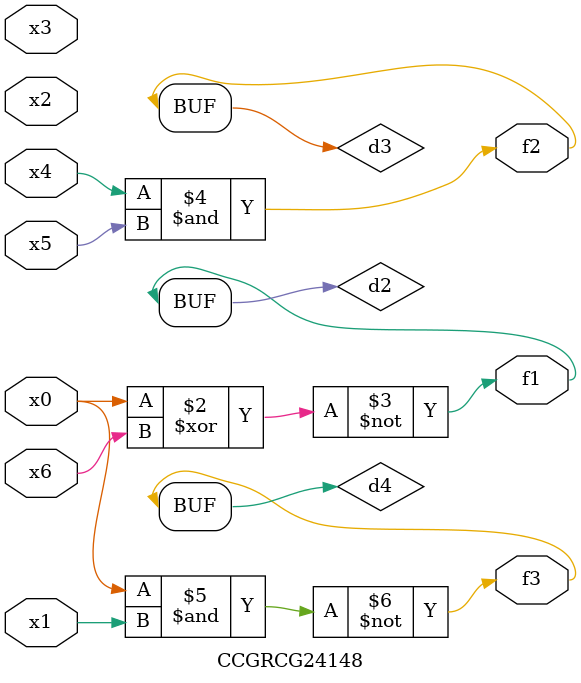
<source format=v>
module CCGRCG24148(
	input x0, x1, x2, x3, x4, x5, x6,
	output f1, f2, f3
);

	wire d1, d2, d3, d4;

	nor (d1, x0);
	xnor (d2, x0, x6);
	and (d3, x4, x5);
	nand (d4, x0, x1);
	assign f1 = d2;
	assign f2 = d3;
	assign f3 = d4;
endmodule

</source>
